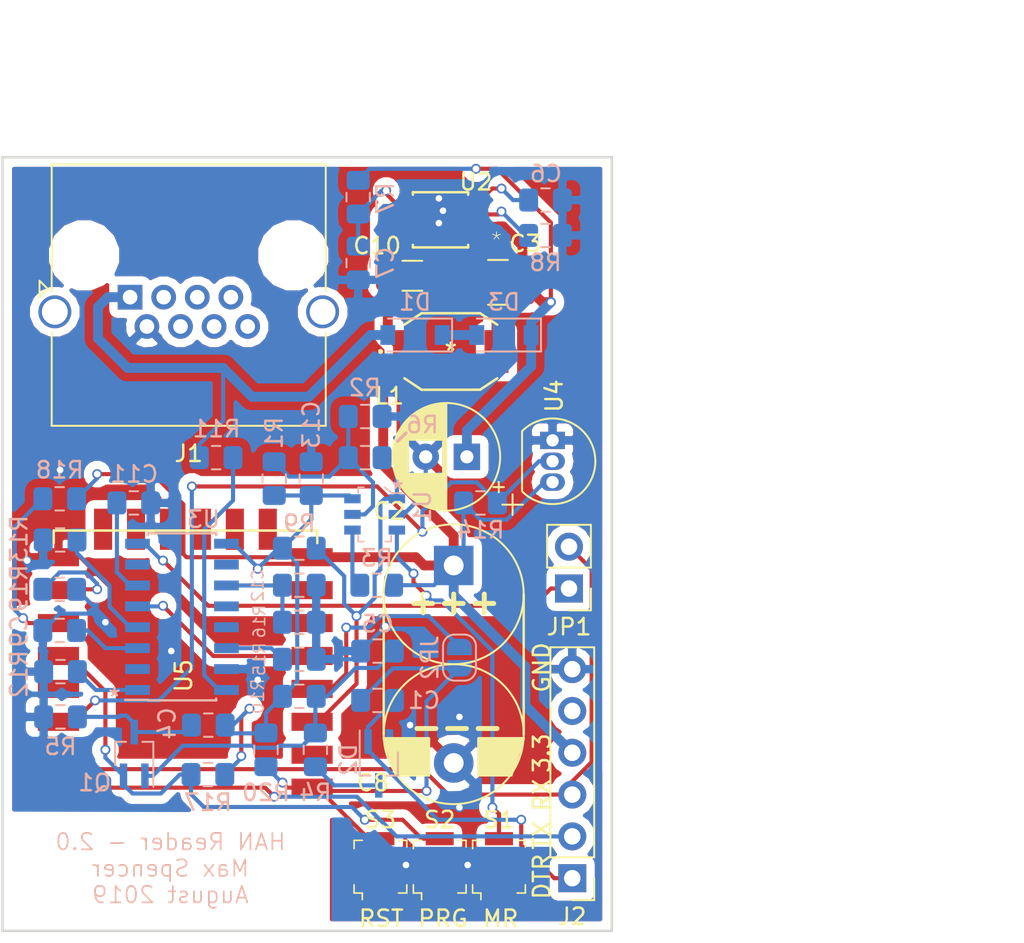
<source format=kicad_pcb>
(kicad_pcb (version 20171130) (host pcbnew 5.0.2-bee76a0~70~ubuntu18.04.1)
  (layers (0 F.Cu signal) (31 B.Cu signal) (34 B.Paste user) (35 F.Paste user) (36 B.SilkS user) (37 F.SilkS user) (38 B.Mask user) (39 F.Mask user) (44 Edge.Cuts user))
  (net 0 "")
  (net 1 GND)
  (net 2 "Net-(R1-Pad1)")
  (net 3 "Net-(C2-Pad1)")
  (net 4 HAN_TX)
  (net 5 +3V3)
  (net 6 ESP_RESET)
  (net 7 ESP_PROG)
  (net 8 ESP_RX)
  (net 9 ESP_TX)
  (net 10 "Net-(C5-Pad1)")
  (net 11 ESP_Temp)
  (net 12 "Net-(C4-Pad2)")
  (net 13 "Net-(C6-Pad1)")
  (net 14 HAN1)
  (net 15 "Net-(D2-Pad3)")
  (net 16 DTR)
  (net 17 "Net-(C12-Pad1)")
  (net 18 "Net-(R18-Pad1)")
  (net 19 "Net-(C7-Pad2)")
  (net 20 "Net-(C9-Pad1)")
  (net 21 "Net-(C11-Pad1)")
  (net 22 "Net-(D1-Pad1)")
  (net 23 "Net-(J1-PadSH)")
  (net 24 "Net-(JP2-Pad1)")
  (net 25 "Net-(L1-Pad2)")
  (net 26 "Net-(R3-Pad2)")
  (net 27 CH_PD)
  (net 28 "Net-(R8-Pad1)")
  (net 29 "Net-(R11-Pad2)")
  (net 30 "Net-(R12-Pad1)")
  (net 31 "Net-(R13-Pad1)")
  (net 32 "Net-(R15-Pad1)")
  (net 33 "Net-(R19-Pad2)")
  (net 34 MR)
  (net 35 POWER_FAIL)
  (net 36 "Net-(D2-Pad2)")
  (net 37 "Net-(J1-Pad3)")
  (net 38 "Net-(J1-Pad5)")
  (net 39 "Net-(J1-Pad7)")
  (net 40 "Net-(J1-Pad4)")
  (net 41 "Net-(J1-Pad6)")
  (net 42 "Net-(J1-Pad8)")
  (net 43 "Net-(J2-Pad5)")
  (net 44 "Net-(U2-Pad7)")
  (net 45 "Net-(U3-Pad2)")
  (net 46 "Net-(U3-Pad7)")
  (net 47 "Net-(U3-Pad10)")
  (net 48 "Net-(U3-Pad12)")
  (net 49 "Net-(U3-Pad13)")
  (net 50 "Net-(U5-Pad2)")
  (net 51 "Net-(U5-Pad6)")
  (net 52 "Net-(U5-Pad7)")
  (net 53 "Net-(U5-Pad13)")
  (net 54 "Net-(U5-Pad17)")
  (net 55 "Net-(U5-Pad18)")
  (net 56 "Net-(U5-Pad19)")
  (net 57 "Net-(U5-Pad20)")
  (net 58 "Net-(U5-Pad21)")
  (net 59 "Net-(U5-Pad22)")
  (module DGH105Q5R5:DGH105Q5R5_17mm_8.5mm_12mmP (layer F.Cu) (at 59.4 92.8 270)
    (fp_text reference C8 (at 13.2 4.9) (layer F.SilkS))
    (fp_text value 1)
    (pad 1 thru_hole rect (at 0 0 270) (size 2.4 2.4) (drill 1.2) (layers *.Cu *.Mask) (net 5 +3V3))
    (pad 2 thru_hole circle (at 12 0 270) (size 2.4 2.4) (drill 1.2) (layers *.Cu *.Mask) (net 1 GND))
  )
  (module Pin_Headers:Pin_Header_Straight_1x06_Pitch2.54mm (layer F.Cu) (at 66.6 111.8 180)
    (fp_text reference J2 (at 0 -2.33 180) (layer F.SilkS))
    (fp_text value FTDI)
    (pad 6 thru_hole oval (at 0 12.7 180) (size 1.7 1.7) (drill 1) (layers *.Cu *.Mask) (net 1 GND))
    (pad 5 thru_hole oval (at 0 10.16 180) (size 1.7 1.7) (drill 1) (layers *.Cu *.Mask) (net 43 "Net-(J2-Pad5)"))
    (pad 4 thru_hole oval (at 0 7.62 180) (size 1.7 1.7) (drill 1) (layers *.Cu *.Mask) (net 5 +3V3))
    (pad 3 thru_hole oval (at 0 5.08 180) (size 1.7 1.7) (drill 1) (layers *.Cu *.Mask) (net 8 ESP_RX))
    (pad 2 thru_hole oval (at 0 2.54 180) (size 1.7 1.7) (drill 1) (layers *.Cu *.Mask) (net 9 ESP_TX))
    (pad 1 thru_hole rect (at 0 0 180) (size 1.7 1.7) (drill 1) (layers *.Cu *.Mask) (net 16 DTR))
  )
  (module ESP8266:ESP-12E_SMD (layer F.Cu) (at 50.1 106.3 180)
    (fp_text reference U5 (at 7.1 6.8 270) (layer F.SilkS))
    (fp_text value ESP-12E hide)
    (pad 1 smd rect (at 0 0 180) (size 2.5 1.1) (drill (offset -0.7 0)) (layers F.Cu F.Paste F.Mask) (net 6 ESP_RESET))
    (pad 2 smd rect (at 0 2 180) (size 2.5 1.1) (drill (offset -0.7 0)) (layers F.Cu F.Paste F.Mask) (net 50 "Net-(U5-Pad2)"))
    (pad 3 smd rect (at 0 4 180) (size 2.5 1.1) (drill (offset -0.7 0)) (layers F.Cu F.Paste F.Mask) (net 27 CH_PD))
    (pad 4 smd rect (at 0 6 180) (size 2.5 1.1) (drill (offset -0.7 0)) (layers F.Cu F.Paste F.Mask) (net 24 "Net-(JP2-Pad1)"))
    (pad 5 smd rect (at 0 8 180) (size 2.5 1.1) (drill (offset -0.7 0)) (layers F.Cu F.Paste F.Mask) (net 35 POWER_FAIL))
    (pad 6 smd rect (at 0 10 180) (size 2.5 1.1) (drill (offset -0.7 0)) (layers F.Cu F.Paste F.Mask) (net 51 "Net-(U5-Pad6)"))
    (pad 7 smd rect (at 0 12 180) (size 2.5 1.1) (drill (offset -0.7 0)) (layers F.Cu F.Paste F.Mask) (net 52 "Net-(U5-Pad7)"))
    (pad 8 smd rect (at 0 14 180) (size 2.5 1.1) (drill (offset -0.7 0)) (layers F.Cu F.Paste F.Mask) (net 5 +3V3))
    (pad 9 smd rect (at 14 14 180) (size 2.5 1.1) (drill (offset 0.7 0)) (layers F.Cu F.Paste F.Mask) (net 1 GND))
    (pad 10 smd rect (at 14 12 180) (size 2.5 1.1) (drill (offset 0.7 0)) (layers F.Cu F.Paste F.Mask) (net 33 "Net-(R19-Pad2)"))
    (pad 11 smd rect (at 14 10 180) (size 2.5 1.1) (drill (offset 0.7 0)) (layers F.Cu F.Paste F.Mask) (net 18 "Net-(R18-Pad1)"))
    (pad 12 smd rect (at 14 8 180) (size 2.5 1.1) (drill (offset 0.7 0)) (layers F.Cu F.Paste F.Mask) (net 7 ESP_PROG))
    (pad 13 smd rect (at 14 6 180) (size 2.5 1.1) (drill (offset 0.7 0)) (layers F.Cu F.Paste F.Mask) (net 53 "Net-(U5-Pad13)"))
    (pad 14 smd rect (at 14 4 180) (size 2.5 1.1) (drill (offset 0.7 0)) (layers F.Cu F.Paste F.Mask) (net 11 ESP_Temp))
    (pad 15 smd rect (at 14 2 180) (size 2.5 1.1) (drill (offset 0.7 0)) (layers F.Cu F.Paste F.Mask) (net 8 ESP_RX))
    (pad 16 smd rect (at 14 0 180) (size 2.5 1.1) (drill (offset 0.7 0)) (layers F.Cu F.Paste F.Mask) (net 9 ESP_TX))
    (pad 17 smd rect (at 1.99 15 270) (size 2.5 1.1) (drill (offset -0.7 0)) (layers F.Cu F.Paste F.Mask) (net 54 "Net-(U5-Pad17)"))
    (pad 18 smd rect (at 3.99 15 270) (size 2.5 1.1) (drill (offset -0.7 0)) (layers F.Cu F.Paste F.Mask) (net 55 "Net-(U5-Pad18)"))
    (pad 19 smd rect (at 5.99 15 270) (size 2.5 1.1) (drill (offset -0.7 0)) (layers F.Cu F.Paste F.Mask) (net 56 "Net-(U5-Pad19)"))
    (pad 20 smd rect (at 7.99 15 270) (size 2.5 1.1) (drill (offset -0.7 0)) (layers F.Cu F.Paste F.Mask) (net 57 "Net-(U5-Pad20)"))
    (pad 21 smd rect (at 9.99 15 270) (size 2.5 1.1) (drill (offset -0.7 0)) (layers F.Cu F.Paste F.Mask) (net 58 "Net-(U5-Pad21)"))
    (pad 22 smd rect (at 11.99 15 270) (size 2.5 1.1) (drill (offset -0.7 0)) (layers F.Cu F.Paste F.Mask) (net 59 "Net-(U5-Pad22)"))
  )
  (module LTC3642IMS8EPBF:MSOP-8_MS (layer F.Cu) (at 58.6 71.8 180)
    (fp_text reference U2 (at -2.15 2.3 180) (layer F.SilkS))
    (fp_text value LTC3642IMS8EPBF)
    (fp_text user * (at -3.4 -1.27 180) (layer F.SilkS) (effects (font (thickness 0.05))))
    (fp_text user * (at -1.7526 -0.2032 180) (layer Edge.Cuts) (effects (font (thickness 0.05))))
    (pad 8 smd rect (at 2.2098 -0.975 180) (size 1.397 0.4318) (layers F.Cu F.Paste F.Mask) (net 1 GND))
    (pad 7 smd rect (at 2.2098 -0.325 180) (size 1.397 0.4318) (layers F.Cu F.Paste F.Mask) (net 44 "Net-(U2-Pad7)"))
    (pad 6 smd rect (at 2.2098 0.325 180) (size 1.397 0.4318) (layers F.Cu F.Paste F.Mask) (net 5 +3V3))
    (pad 5 smd rect (at 2.2098 0.975 180) (size 1.397 0.4318) (layers F.Cu F.Paste F.Mask) (net 19 "Net-(C7-Pad2)"))
    (pad 4 smd rect (at -2.2098 0.975 180) (size 1.397 0.4318) (layers F.Cu F.Paste F.Mask) (net 13 "Net-(C6-Pad1)"))
    (pad 3 smd rect (at -2.2098 0.325 180) (size 1.397 0.4318) (layers F.Cu F.Paste F.Mask) (net 28 "Net-(R8-Pad1)"))
    (pad 2 smd rect (at -2.2098 -0.325 180) (size 1.397 0.4318) (layers F.Cu F.Paste F.Mask) (net 3 "Net-(C2-Pad1)"))
    (pad 1 smd rect (at -2.2098 -0.975 180) (size 1.397 0.4318) (layers F.Cu F.Paste F.Mask) (net 25 "Net-(L1-Pad2)"))
  )
  (module Housings_SOIC:SOIC-16_3.9x9.9mm_Pitch1.27mm (layer B.Cu) (at 42.9 95.92)
    (fp_text reference U3 (at 1.3 -5.92) (layer B.SilkS) (effects (justify mirror)))
    (fp_text value TSS721)
    (pad 1 smd rect (at -2.7 4.445) (size 1.5 0.6) (layers B.Cu B.Paste B.Mask) (net 30 "Net-(R12-Pad1)"))
    (pad 2 smd rect (at -2.7 3.175) (size 1.5 0.6) (layers B.Cu B.Paste B.Mask) (net 45 "Net-(U3-Pad2)"))
    (pad 3 smd rect (at -2.7 1.905) (size 1.5 0.6) (layers B.Cu B.Paste B.Mask) (net 20 "Net-(C9-Pad1)"))
    (pad 4 smd rect (at -2.7 0.635) (size 1.5 0.6) (layers B.Cu B.Paste B.Mask) (net 31 "Net-(R13-Pad1)"))
    (pad 5 smd rect (at -2.7 -0.635) (size 1.5 0.6) (layers B.Cu B.Paste B.Mask) (net 35 POWER_FAIL))
    (pad 6 smd rect (at -2.7 -1.905) (size 1.5 0.6) (layers B.Cu B.Paste B.Mask) (net 21 "Net-(C11-Pad1)"))
    (pad 7 smd rect (at -2.7 -3.175) (size 1.5 0.6) (layers B.Cu B.Paste B.Mask) (net 46 "Net-(U3-Pad7)"))
    (pad 8 smd rect (at -2.7 -4.445) (size 1.5 0.6) (layers B.Cu B.Paste B.Mask) (net 4 HAN_TX))
    (pad 9 smd rect (at 2.7 -4.445) (size 1.5 0.6) (layers B.Cu B.Paste B.Mask) (net 5 +3V3))
    (pad 10 smd rect (at 2.7 -3.175) (size 1.5 0.6) (layers B.Cu B.Paste B.Mask) (net 47 "Net-(U3-Pad10)"))
    (pad 11 smd rect (at 2.7 -1.905) (size 1.5 0.6) (layers B.Cu B.Paste B.Mask) (net 17 "Net-(C12-Pad1)"))
    (pad 12 smd rect (at 2.7 -0.635) (size 1.5 0.6) (layers B.Cu B.Paste B.Mask) (net 48 "Net-(U3-Pad12)"))
    (pad 13 smd rect (at 2.7 0.635) (size 1.5 0.6) (layers B.Cu B.Paste B.Mask) (net 49 "Net-(U3-Pad13)"))
    (pad 14 smd rect (at 2.7 1.905) (size 1.5 0.6) (layers B.Cu B.Paste B.Mask) (net 32 "Net-(R15-Pad1)"))
    (pad 15 smd rect (at 2.7 3.175) (size 1.5 0.6) (layers B.Cu B.Paste B.Mask) (net 1 GND))
    (pad 16 smd rect (at 2.7 4.445) (size 1.5 0.6) (layers B.Cu B.Paste B.Mask) (net 29 "Net-(R11-Pad2)"))
  )
  (module Pin_Headers:Pin_Header_Straight_1x02_Pitch2.54mm (layer F.Cu) (at 66.4 94.2 180)
    (fp_text reference JP1 (at 0 -2.33 180) (layer F.SilkS))
    (fp_text value RX)
    (pad 1 thru_hole rect (at 0 0 180) (size 1.7 1.7) (drill 1) (layers *.Cu *.Mask) (net 4 HAN_TX))
    (pad 2 thru_hole oval (at 0 2.54 180) (size 1.7 1.7) (drill 1) (layers *.Cu *.Mask) (net 8 ESP_RX))
  )
  (module Jumper:SolderJumper-2_P1.3mm_Open_RoundedPad1.0x1.5mm (layer B.Cu) (at 59.75 98.4 270)
    (fp_text reference JP2 (at 0 1.8 270) (layer B.SilkS) (effects (justify mirror)))
    (fp_text value SolderJumper_2_Open)
    (pad 1 smd custom (at -0.65 0 270) (size 1 0.5) (layers B.Cu B.Mask) (net 24 "Net-(JP2-Pad1)") (options (clearance outline) (anchor rect)) (primitives (gr_circle (center 0 -0.25) (end 0.5 -0.25) (width 0)) (gr_circle (center 0 0.25) (end 0.5 0.25) (width 0)) (gr_poly (pts (xy 0 0.75) (xy 0.5 0.75) (xy 0.5 -0.75) (xy 0 -0.75)) (width 0))))
    (pad 2 smd custom (at 0.65 0 270) (size 1 0.5) (layers B.Cu B.Mask) (net 6 ESP_RESET) (options (clearance outline) (anchor rect)) (primitives (gr_circle (center 0 -0.25) (end 0.5 -0.25) (width 0)) (gr_circle (center 0 0.25) (end 0.5 0.25) (width 0)) (gr_poly (pts (xy 0 0.75) (xy -0.5 0.75) (xy -0.5 -0.75) (xy 0 -0.75)) (width 0))))
  )
  (module Resistor_SMD:R_0805_2012Metric_Pad1.15x1.40mm_HandSolder (layer B.Cu) (at 35.5 91.25 180)
    (fp_text reference R13 (at 2.5 0.05 270) (layer B.SilkS) (effects (justify mirror)))
    (fp_text value 30k)
    (pad 2 smd roundrect (at 1.025 0 180) (size 1.15 1.4) (layers B.Cu B.Paste B.Mask) (roundrect_rratio 0.217391) (net 1 GND))
    (pad 1 smd roundrect (at -1.025 0 180) (size 1.15 1.4) (layers B.Cu B.Paste B.Mask) (roundrect_rratio 0.217391) (net 31 "Net-(R13-Pad1)"))
  )
  (module Resistor_SMD:R_0805_2012Metric_Pad1.15x1.40mm_HandSolder (layer B.Cu) (at 50.025 98.5)
    (fp_text reference R15 (at -2.425 0 90) (layer B.SilkS) (effects (font (size 0.7 0.7) (thickness 0.1)) (justify mirror)))
    (fp_text value 470R)
    (pad 1 smd roundrect (at -1.025 0) (size 1.15 1.4) (layers B.Cu B.Paste B.Mask) (roundrect_rratio 0.217391) (net 32 "Net-(R15-Pad1)"))
    (pad 2 smd roundrect (at 1.025 0) (size 1.15 1.4) (layers B.Cu B.Paste B.Mask) (roundrect_rratio 0.217391) (net 1 GND))
  )
  (module Resistor_SMD:R_0805_2012Metric_Pad1.15x1.40mm_HandSolder (layer B.Cu) (at 35.475 88.75)
    (fp_text reference R18 (at 0 -1.75) (layer B.SilkS) (effects (justify mirror)))
    (fp_text value 10k)
    (pad 1 smd roundrect (at -1.025 0) (size 1.15 1.4) (layers B.Cu B.Paste B.Mask) (roundrect_rratio 0.217391) (net 18 "Net-(R18-Pad1)"))
    (pad 2 smd roundrect (at 1.025 0) (size 1.15 1.4) (layers B.Cu B.Paste B.Mask) (roundrect_rratio 0.217391) (net 5 +3V3))
  )
  (module Resistor_SMD:R_0805_2012Metric_Pad1.15x1.40mm_HandSolder (layer B.Cu) (at 44.475 105.5 180)
    (fp_text reference R17 (at 0 -1.7 180) (layer B.SilkS) (effects (justify mirror)))
    (fp_text value 10k)
    (pad 2 smd roundrect (at 1.025 0 180) (size 1.15 1.4) (layers B.Cu B.Paste B.Mask) (roundrect_rratio 0.217391) (net 7 ESP_PROG))
    (pad 1 smd roundrect (at -1.025 0 180) (size 1.15 1.4) (layers B.Cu B.Paste B.Mask) (roundrect_rratio 0.217391) (net 5 +3V3))
  )
  (module Resistor_SMD:R_0805_2012Metric_Pad1.15x1.40mm_HandSolder (layer B.Cu) (at 35.475 94.25 180)
    (fp_text reference R19 (at 2.475 0.05 270) (layer B.SilkS) (effects (justify mirror)))
    (fp_text value 10k)
    (pad 1 smd roundrect (at -1.025 0 180) (size 1.15 1.4) (layers B.Cu B.Paste B.Mask) (roundrect_rratio 0.217391) (net 1 GND))
    (pad 2 smd roundrect (at 1.025 0 180) (size 1.15 1.4) (layers B.Cu B.Paste B.Mask) (roundrect_rratio 0.217391) (net 33 "Net-(R19-Pad2)"))
  )
  (module Resistor_SMD:R_0805_2012Metric_Pad1.15x1.40mm_HandSolder (layer B.Cu) (at 48 104 90)
    (fp_text reference R20 (at -2.6 0 180) (layer B.SilkS) (effects (justify mirror)))
    (fp_text value 10k)
    (pad 2 smd roundrect (at 1.025 0 90) (size 1.15 1.4) (layers B.Cu B.Paste B.Mask) (roundrect_rratio 0.217391) (net 5 +3V3))
    (pad 1 smd roundrect (at -1.025 0 90) (size 1.15 1.4) (layers B.Cu B.Paste B.Mask) (roundrect_rratio 0.217391) (net 6 ESP_RESET))
  )
  (module Resistor_SMD:R_0805_2012Metric_Pad1.15x1.40mm_HandSolder (layer B.Cu) (at 44.975 86.25)
    (fp_text reference R11 (at 0.025 -1.75) (layer B.SilkS) (effects (justify mirror)))
    (fp_text value 220R)
    (pad 1 smd roundrect (at -1.025 0) (size 1.15 1.4) (layers B.Cu B.Paste B.Mask) (roundrect_rratio 0.217391) (net 14 HAN1))
    (pad 2 smd roundrect (at 1.025 0) (size 1.15 1.4) (layers B.Cu B.Paste B.Mask) (roundrect_rratio 0.217391) (net 29 "Net-(R11-Pad2)"))
  )
  (module Resistor_SMD:R_0805_2012Metric_Pad1.15x1.40mm_HandSolder (layer B.Cu) (at 35.525 99.25 180)
    (fp_text reference R12 (at 2.525 -0.15 270) (layer B.SilkS) (effects (justify mirror)))
    (fp_text value 220R)
    (pad 2 smd roundrect (at 1.025 0 180) (size 1.15 1.4) (layers B.Cu B.Paste B.Mask) (roundrect_rratio 0.217391) (net 1 GND))
    (pad 1 smd roundrect (at -1.025 0 180) (size 1.15 1.4) (layers B.Cu B.Paste B.Mask) (roundrect_rratio 0.217391) (net 30 "Net-(R12-Pad1)"))
  )
  (module Resistor_SMD:R_0805_2012Metric_Pad1.15x1.40mm_HandSolder (layer B.Cu) (at 50.025 96.25 180)
    (fp_text reference R16 (at 2.425 0.05 270) (layer B.SilkS) (effects (font (size 0.7 0.7) (thickness 0.1)) (justify mirror)))
    (fp_text value 100k)
    (pad 2 smd roundrect (at 1.025 0 180) (size 1.15 1.4) (layers B.Cu B.Paste B.Mask) (roundrect_rratio 0.217391) (net 17 "Net-(C12-Pad1)"))
    (pad 1 smd roundrect (at -1.025 0 180) (size 1.15 1.4) (layers B.Cu B.Paste B.Mask) (roundrect_rratio 0.217391) (net 1 GND))
  )
  (module Resistor_SMD:R_0805_2012Metric_Pad1.15x1.40mm_HandSolder (layer B.Cu) (at 61.025 89)
    (fp_text reference R14 (at 0 1.65) (layer B.SilkS) (effects (justify mirror)))
    (fp_text value 4k7)
    (pad 1 smd roundrect (at -1.025 0) (size 1.15 1.4) (layers B.Cu B.Paste B.Mask) (roundrect_rratio 0.217391) (net 5 +3V3))
    (pad 2 smd roundrect (at 1.025 0) (size 1.15 1.4) (layers B.Cu B.Paste B.Mask) (roundrect_rratio 0.217391) (net 11 ESP_Temp))
  )
  (module Resistor_SMD:R_0805_2012Metric_Pad1.15x1.40mm_HandSolder (layer B.Cu) (at 51 104 270)
    (fp_text reference R4 (at 2.6 0) (layer B.SilkS) (effects (justify mirror)))
    (fp_text value 100)
    (pad 1 smd roundrect (at -1.025 0 270) (size 1.15 1.4) (layers B.Cu B.Paste B.Mask) (roundrect_rratio 0.217391) (net 10 "Net-(C5-Pad1)"))
    (pad 2 smd roundrect (at 1.025 0 270) (size 1.15 1.4) (layers B.Cu B.Paste B.Mask) (roundrect_rratio 0.217391) (net 15 "Net-(D2-Pad3)"))
  )
  (module Resistor_SMD:R_0805_2012Metric_Pad1.15x1.40mm_HandSolder (layer B.Cu) (at 35.525 102 180)
    (fp_text reference R5 (at 0 -1.8 180) (layer B.SilkS) (effects (justify mirror)))
    (fp_text value 100)
    (pad 1 smd roundrect (at -1.025 0 180) (size 1.15 1.4) (layers B.Cu B.Paste B.Mask) (roundrect_rratio 0.217391) (net 12 "Net-(C4-Pad2)"))
    (pad 2 smd roundrect (at 1.025 0 180) (size 1.15 1.4) (layers B.Cu B.Paste B.Mask) (roundrect_rratio 0.217391) (net 1 GND))
  )
  (module Resistor_SMD:R_0805_2012Metric_Pad1.15x1.40mm_HandSolder (layer B.Cu) (at 50.025 100.75)
    (fp_text reference R10 (at -2.525 0 90) (layer B.SilkS) (effects (font (size 0.75 0.75) (thickness 0.1)) (justify mirror)))
    (fp_text value 10k)
    (pad 2 smd roundrect (at 1.025 0) (size 1.15 1.4) (layers B.Cu B.Paste B.Mask) (roundrect_rratio 0.217391) (net 10 "Net-(C5-Pad1)"))
    (pad 1 smd roundrect (at -1.025 0) (size 1.15 1.4) (layers B.Cu B.Paste B.Mask) (roundrect_rratio 0.217391) (net 5 +3V3))
  )
  (module Capacitor_THT:CP_Radial_D6.3mm_P2.50mm (layer F.Cu) (at 60.2 86.2 180)
    (fp_text reference C2 (at 4.7 -3.3 180) (layer F.SilkS))
    (fp_text value 33u)
    (pad 1 thru_hole rect (at 0 0 180) (size 1.6 1.6) (drill 0.8) (layers *.Cu *.Mask) (net 3 "Net-(C2-Pad1)"))
    (pad 2 thru_hole circle (at 2.5 0 180) (size 1.6 1.6) (drill 0.8) (layers *.Cu *.Mask) (net 1 GND))
  )
  (module Capacitor_SMD:C_1210_3225Metric_Pad1.42x2.65mm_HandSolder (layer F.Cu) (at 62.0875 75.6 180)
    (fp_text reference C3 (at -1.6625 2.35 180) (layer F.SilkS))
    (fp_text value 10u)
    (pad 1 smd roundrect (at -1.4875 0 180) (size 1.425 2.65) (layers F.Cu F.Paste F.Mask) (roundrect_rratio 0.175439) (net 3 "Net-(C2-Pad1)"))
    (pad 2 smd roundrect (at 1.4875 0 180) (size 1.425 2.65) (layers F.Cu F.Paste F.Mask) (roundrect_rratio 0.175439) (net 1 GND))
  )
  (module Capacitor_SMD:C_1206_3216Metric_Pad1.42x1.75mm_HandSolder (layer F.Cu) (at 56.8875 75.2)
    (fp_text reference C10 (at -2.1375 -1.82) (layer F.SilkS))
    (fp_text value 47u)
    (pad 2 smd roundrect (at 1.4875 0) (size 1.425 1.75) (layers F.Cu F.Paste F.Mask) (roundrect_rratio 0.175439) (net 1 GND))
    (pad 1 smd roundrect (at -1.4875 0) (size 1.425 1.75) (layers F.Cu F.Paste F.Mask) (roundrect_rratio 0.175439) (net 5 +3V3))
  )
  (module Package_TO_SOT_SMD:SOT-323_SC-70_Handsoldering (layer B.Cu) (at 54.85 104.83 270)
    (fp_text reference D2 (at -0.23 1.85 270) (layer B.SilkS) (effects (justify mirror)))
    (fp_text value BAT54ADW)
    (pad 3 smd rect (at 1.33 0) (size 0.45 1.5) (layers B.Cu B.Paste B.Mask) (net 15 "Net-(D2-Pad3)"))
    (pad 2 smd rect (at -1.33 -0.65) (size 0.45 1.5) (layers B.Cu B.Paste B.Mask) (net 36 "Net-(D2-Pad2)"))
    (pad 1 smd rect (at -1.33 0.65) (size 0.45 1.5) (layers B.Cu B.Paste B.Mask) (net 16 DTR))
  )
  (module Diode_SMD:D_SOD-123 (layer B.Cu) (at 57.05 78.8 180)
    (fp_text reference D1 (at 0 2 180) (layer B.SilkS) (effects (justify mirror)))
    (fp_text value MBR130T1G)
    (pad 2 smd rect (at 1.65 0 180) (size 0.9 1.2) (layers B.Cu B.Paste B.Mask) (net 14 HAN1))
    (pad 1 smd rect (at -1.65 0 180) (size 0.9 1.2) (layers B.Cu B.Paste B.Mask) (net 22 "Net-(D1-Pad1)"))
  )
  (module Diode_SMD:D_SOD-123 (layer B.Cu) (at 62.45 78.8 180)
    (fp_text reference D3 (at 0 2 180) (layer B.SilkS) (effects (justify mirror)))
    (fp_text value NSI45020)
    (pad 1 smd rect (at -1.65 0 180) (size 0.9 1.2) (layers B.Cu B.Paste B.Mask) (net 3 "Net-(C2-Pad1)"))
    (pad 2 smd rect (at 1.65 0 180) (size 0.9 1.2) (layers B.Cu B.Paste B.Mask) (net 22 "Net-(D1-Pad1)"))
  )
  (module Package_TO_SOT_SMD:SOT-323_SC-70_Handsoldering (layer B.Cu) (at 40 104.25 90)
    (fp_text reference Q1 (at -1.75 -2.4 180) (layer B.SilkS) (effects (justify mirror)))
    (fp_text value MMBT2907AWT1G)
    (pad 1 smd rect (at -1.33 0.65 180) (size 0.45 1.5) (layers B.Cu B.Paste B.Mask) (net 10 "Net-(C5-Pad1)"))
    (pad 2 smd rect (at -1.33 -0.65 180) (size 0.45 1.5) (layers B.Cu B.Paste B.Mask) (net 7 ESP_PROG))
    (pad 3 smd rect (at 1.33 0 180) (size 0.45 1.5) (layers B.Cu B.Paste B.Mask) (net 12 "Net-(C4-Pad2)"))
  )
  (module Resistor_SMD:R_0805_2012Metric_Pad1.15x1.40mm_HandSolder (layer B.Cu) (at 53.6 70.425 270)
    (fp_text reference R7 (at 0.075 -1.65 270) (layer B.SilkS) (effects (justify mirror)))
    (fp_text value 1M)
    (pad 1 smd roundrect (at -1.025 0 270) (size 1.15 1.4) (layers B.Cu B.Paste B.Mask) (roundrect_rratio 0.217391) (net 3 "Net-(C2-Pad1)"))
    (pad 2 smd roundrect (at 1.025 0 270) (size 1.15 1.4) (layers B.Cu B.Paste B.Mask) (roundrect_rratio 0.217391) (net 19 "Net-(C7-Pad2)"))
  )
  (module Resistor_SMD:R_0805_2012Metric_Pad1.15x1.40mm_HandSolder (layer B.Cu) (at 64.975 72.75)
    (fp_text reference R8 (at 0 1.65) (layer B.SilkS) (effects (justify mirror)))
    (fp_text value 600k)
    (pad 2 smd roundrect (at 1.025 0) (size 1.15 1.4) (layers B.Cu B.Paste B.Mask) (roundrect_rratio 0.217391) (net 1 GND))
    (pad 1 smd roundrect (at -1.025 0) (size 1.15 1.4) (layers B.Cu B.Paste B.Mask) (roundrect_rratio 0.217391) (net 28 "Net-(R8-Pad1)"))
  )
  (module Connector_RJ:RJ45_Amphenol_RJHSE5380 (layer F.Cu) (at 39.75 76.5)
    (fp_text reference J1 (at 3.56 9.5) (layer F.SilkS))
    (fp_text value RJ45_Shielded)
    (pad 1 thru_hole rect (at 0 0) (size 1.5 1.5) (drill 0.89) (layers *.Cu *.Mask) (net 14 HAN1))
    (pad 3 thru_hole circle (at 2.04 0) (size 1.5 1.5) (drill 0.89) (layers *.Cu *.Mask) (net 37 "Net-(J1-Pad3)"))
    (pad 5 thru_hole circle (at 4.08 0) (size 1.5 1.5) (drill 0.89) (layers *.Cu *.Mask) (net 38 "Net-(J1-Pad5)"))
    (pad 7 thru_hole circle (at 6.12 0) (size 1.5 1.5) (drill 0.89) (layers *.Cu *.Mask) (net 39 "Net-(J1-Pad7)"))
    (pad 2 thru_hole circle (at 1.02 1.78) (size 1.5 1.5) (drill 0.89) (layers *.Cu *.Mask) (net 1 GND))
    (pad 4 thru_hole circle (at 3.06 1.78) (size 1.5 1.5) (drill 0.89) (layers *.Cu *.Mask) (net 40 "Net-(J1-Pad4)"))
    (pad 6 thru_hole circle (at 5.1 1.78) (size 1.5 1.5) (drill 0.89) (layers *.Cu *.Mask) (net 41 "Net-(J1-Pad6)"))
    (pad 8 thru_hole circle (at 7.14 1.78) (size 1.5 1.5) (drill 0.89) (layers *.Cu *.Mask) (net 42 "Net-(J1-Pad8)"))
    (pad "" np_thru_hole circle (at -2.79 -2.54) (size 3.25 3.25) (drill 3.25) (layers *.Cu *.Mask))
    (pad "" np_thru_hole circle (at 9.91 -2.54) (size 3.25 3.25) (drill 3.25) (layers *.Cu *.Mask))
    (pad SH thru_hole circle (at 11.69 0.89) (size 2 2) (drill 1.57) (layers *.Cu *.Mask) (net 23 "Net-(J1-PadSH)"))
    (pad SH thru_hole circle (at -4.57 0.89) (size 2 2) (drill 1.57) (layers *.Cu *.Mask) (net 23 "Net-(J1-PadSH)"))
  )
  (module Capacitor_SMD:C_0805_2012Metric_Pad1.15x1.40mm_HandSolder (layer B.Cu) (at 54.775 101)
    (fp_text reference C1 (at 2.825 0) (layer B.SilkS) (effects (justify mirror)))
    (fp_text value 10u)
    (pad 2 smd roundrect (at 1.025 0) (size 1.15 1.4) (layers B.Cu B.Paste B.Mask) (roundrect_rratio 0.217391) (net 16 DTR))
    (pad 1 smd roundrect (at -1.025 0) (size 1.15 1.4) (layers B.Cu B.Paste B.Mask) (roundrect_rratio 0.217391) (net 6 ESP_RESET))
  )
  (module Capacitor_SMD:C_0805_2012Metric_Pad1.15x1.40mm_HandSolder (layer B.Cu) (at 44.5 102.5 180)
    (fp_text reference C4 (at 2.5 0.1 270) (layer B.SilkS) (effects (justify mirror)))
    (fp_text value 10u)
    (pad 1 smd roundrect (at -1.025 0 180) (size 1.15 1.4) (layers B.Cu B.Paste B.Mask) (roundrect_rratio 0.217391) (net 5 +3V3))
    (pad 2 smd roundrect (at 1.025 0 180) (size 1.15 1.4) (layers B.Cu B.Paste B.Mask) (roundrect_rratio 0.217391) (net 12 "Net-(C4-Pad2)"))
  )
  (module Capacitor_SMD:C_0805_2012Metric_Pad1.15x1.40mm_HandSolder (layer B.Cu) (at 54.775 98 180)
    (fp_text reference C5 (at 0 1.65 180) (layer B.SilkS) (effects (justify mirror)))
    (fp_text value 10u)
    (pad 1 smd roundrect (at -1.025 0 180) (size 1.15 1.4) (layers B.Cu B.Paste B.Mask) (roundrect_rratio 0.217391) (net 10 "Net-(C5-Pad1)"))
    (pad 2 smd roundrect (at 1.025 0 180) (size 1.15 1.4) (layers B.Cu B.Paste B.Mask) (roundrect_rratio 0.217391) (net 1 GND))
  )
  (module Capacitor_SMD:C_0805_2012Metric_Pad1.15x1.40mm_HandSolder (layer B.Cu) (at 64.975 70.6)
    (fp_text reference C6 (at 0.025 -1.6) (layer B.SilkS) (effects (justify mirror)))
    (fp_text value 1p)
    (pad 1 smd roundrect (at -1.025 0) (size 1.15 1.4) (layers B.Cu B.Paste B.Mask) (roundrect_rratio 0.217391) (net 13 "Net-(C6-Pad1)"))
    (pad 2 smd roundrect (at 1.025 0) (size 1.15 1.4) (layers B.Cu B.Paste B.Mask) (roundrect_rratio 0.217391) (net 1 GND))
  )
  (module Capacitor_SMD:C_0805_2012Metric_Pad1.15x1.40mm_HandSolder (layer B.Cu) (at 53.6 74.425 90)
    (fp_text reference C7 (at 0 1.65 90) (layer B.SilkS) (effects (justify mirror)))
    (fp_text value 500n)
    (pad 2 smd roundrect (at 1.025 0 90) (size 1.15 1.4) (layers B.Cu B.Paste B.Mask) (roundrect_rratio 0.217391) (net 19 "Net-(C7-Pad2)"))
    (pad 1 smd roundrect (at -1.025 0 90) (size 1.15 1.4) (layers B.Cu B.Paste B.Mask) (roundrect_rratio 0.217391) (net 1 GND))
  )
  (module Capacitor_SMD:C_0805_2012Metric_Pad1.15x1.40mm_HandSolder (layer B.Cu) (at 39.975 89)
    (fp_text reference C11 (at 0.025 -1.75) (layer B.SilkS) (effects (justify mirror)))
    (fp_text value 100n)
    (pad 2 smd roundrect (at 1.025 0) (size 1.15 1.4) (layers B.Cu B.Paste B.Mask) (roundrect_rratio 0.217391) (net 1 GND))
    (pad 1 smd roundrect (at -1.025 0) (size 1.15 1.4) (layers B.Cu B.Paste B.Mask) (roundrect_rratio 0.217391) (net 21 "Net-(C11-Pad1)"))
  )
  (module Capacitor_SMD:C_0805_2012Metric_Pad1.15x1.40mm_HandSolder (layer B.Cu) (at 50.025 94)
    (fp_text reference C12 (at -2.525 0 90) (layer B.SilkS) (effects (font (size 0.7 0.7) (thickness 0.1)) (justify mirror)))
    (fp_text value 100n)
    (pad 2 smd roundrect (at 1.025 0) (size 1.15 1.4) (layers B.Cu B.Paste B.Mask) (roundrect_rratio 0.217391) (net 1 GND))
    (pad 1 smd roundrect (at -1.025 0) (size 1.15 1.4) (layers B.Cu B.Paste B.Mask) (roundrect_rratio 0.217391) (net 17 "Net-(C12-Pad1)"))
  )
  (module footprints:SRR6603-220ML (layer F.Cu) (at 59.22505 79.8)
    (fp_text reference L1 (at -3.72505 2.7) (layer F.SilkS))
    (fp_text value SRR6603-220ML)
    (fp_text user * (at 0 0) (layer F.SilkS))
    (pad 1 smd rect (at -2.77495 0) (size 1.4605 2.5908) (layers F.Cu F.Paste F.Mask) (net 5 +3V3))
    (pad 2 smd rect (at 2.77495 0) (size 1.4605 2.5908) (layers F.Cu F.Paste F.Mask) (net 25 "Net-(L1-Pad2)"))
  )
  (module Resistor_SMD:R_0805_2012Metric_Pad1.15x1.40mm_HandSolder (layer B.Cu) (at 48.5 87.525 270)
    (fp_text reference R1 (at -2.775 0 270) (layer B.SilkS) (effects (justify mirror)))
    (fp_text value 220k)
    (pad 1 smd roundrect (at -1.025 0 270) (size 1.15 1.4) (layers B.Cu B.Paste B.Mask) (roundrect_rratio 0.217391) (net 2 "Net-(R1-Pad1)"))
    (pad 2 smd roundrect (at 1.025 0 270) (size 1.15 1.4) (layers B.Cu B.Paste B.Mask) (roundrect_rratio 0.217391) (net 5 +3V3))
  )
  (module Resistor_SMD:R_0805_2012Metric_Pad1.15x1.40mm_HandSolder (layer B.Cu) (at 54.025 83.75)
    (fp_text reference R2 (at -0.025 -1.75) (layer B.SilkS) (effects (justify mirror)))
    (fp_text value 33k)
    (pad 2 smd roundrect (at 1.025 0) (size 1.15 1.4) (layers B.Cu B.Paste B.Mask) (roundrect_rratio 0.217391) (net 1 GND))
    (pad 1 smd roundrect (at -1.025 0) (size 1.15 1.4) (layers B.Cu B.Paste B.Mask) (roundrect_rratio 0.217391) (net 2 "Net-(R1-Pad1)"))
  )
  (module Resistor_SMD:R_0805_2012Metric_Pad1.15x1.40mm_HandSolder (layer B.Cu) (at 54.725 94 180)
    (fp_text reference R3 (at 0 1.65 180) (layer B.SilkS) (effects (justify mirror)))
    (fp_text value 100k)
    (pad 1 smd roundrect (at -1.025 0 180) (size 1.15 1.4) (layers B.Cu B.Paste B.Mask) (roundrect_rratio 0.217391) (net 5 +3V3))
    (pad 2 smd roundrect (at 1.025 0 180) (size 1.15 1.4) (layers B.Cu B.Paste B.Mask) (roundrect_rratio 0.217391) (net 26 "Net-(R3-Pad2)"))
  )
  (module Resistor_SMD:R_0805_2012Metric_Pad1.15x1.40mm_HandSolder (layer B.Cu) (at 54.025 86.25 180)
    (fp_text reference R6 (at -3.475 2 180) (layer B.SilkS) (effects (justify mirror)))
    (fp_text value 1M)
    (pad 1 smd roundrect (at -1.025 0 180) (size 1.15 1.4) (layers B.Cu B.Paste B.Mask) (roundrect_rratio 0.217391) (net 27 CH_PD))
    (pad 2 smd roundrect (at 1.025 0 180) (size 1.15 1.4) (layers B.Cu B.Paste B.Mask) (roundrect_rratio 0.217391) (net 2 "Net-(R1-Pad1)"))
  )
  (module Resistor_SMD:R_0805_2012Metric_Pad1.15x1.40mm_HandSolder (layer B.Cu) (at 50.025 91.75)
    (fp_text reference R9 (at 0 -1.5) (layer B.SilkS) (effects (justify mirror)))
    (fp_text value 10k)
    (pad 2 smd roundrect (at 1.025 0) (size 1.15 1.4) (layers B.Cu B.Paste B.Mask) (roundrect_rratio 0.217391) (net 27 CH_PD))
    (pad 1 smd roundrect (at -1.025 0) (size 1.15 1.4) (layers B.Cu B.Paste B.Mask) (roundrect_rratio 0.217391) (net 5 +3V3))
  )
  (module digikey-footprints:Switch_Tactile_SMD_B3U-1000P (layer F.Cu) (at 62.15 111.1 90)
    (fp_text reference S1 (at 2.85 0 180) (layer F.SilkS))
    (fp_text value B3U-1000P)
    (pad 1 smd rect (at -1.7 0 90) (size 0.8 1.7) (layers F.Cu F.Paste F.Mask) (net 1 GND))
    (pad 2 smd rect (at 1.7 0 90) (size 0.8 1.7) (layers F.Cu F.Paste F.Mask) (net 34 MR))
  )
  (module digikey-footprints:Switch_Tactile_SMD_B3U-1000P (layer F.Cu) (at 58.55 111.1 90)
    (fp_text reference S2 (at 2.85 0 180) (layer F.SilkS))
    (fp_text value B3U-1000P)
    (pad 1 smd rect (at -1.7 0 90) (size 0.8 1.7) (layers F.Cu F.Paste F.Mask) (net 1 GND))
    (pad 2 smd rect (at 1.7 0 90) (size 0.8 1.7) (layers F.Cu F.Paste F.Mask) (net 7 ESP_PROG))
  )
  (module digikey-footprints:Switch_Tactile_SMD_B3U-1000P (layer F.Cu) (at 54.95 111.1 90)
    (fp_text reference S3 (at 2.85 0 180) (layer F.SilkS))
    (fp_text value B3U-1000P)
    (pad 2 smd rect (at 1.7 0 90) (size 0.8 1.7) (layers F.Cu F.Paste F.Mask) (net 6 ESP_RESET))
    (pad 1 smd rect (at -1.7 0 90) (size 0.8 1.7) (layers F.Cu F.Paste F.Mask) (net 1 GND))
  )
  (module digikey-footprints:SOT-23-6 (layer B.Cu) (at 54.6 89.7 270)
    (fp_text reference U1 (at -0.45 -2.9 90) (layer B.SilkS) (effects (justify mirror)))
    (fp_text value TPS3808G01DBVR)
    (pad 3 smd rect (at 0.95 -1.35 270) (size 0.55 1) (layers B.Cu B.Paste B.Mask) (net 34 MR))
    (pad 2 smd rect (at 0 -1.35 270) (size 0.55 1) (layers B.Cu B.Paste B.Mask) (net 1 GND))
    (pad 1 smd rect (at -0.95 -1.35 270) (size 0.55 1) (layers B.Cu B.Paste B.Mask) (net 27 CH_PD))
    (pad 4 smd rect (at 0.95 1.35 270) (size 0.55 1) (layers B.Cu B.Paste B.Mask) (net 26 "Net-(R3-Pad2)"))
    (pad 5 smd rect (at 0 1.35 270) (size 0.55 1) (layers B.Cu B.Paste B.Mask) (net 2 "Net-(R1-Pad1)"))
    (pad 6 smd rect (at -0.95 1.35 270) (size 0.55 1) (layers B.Cu B.Paste B.Mask) (net 5 +3V3))
  )
  (module Package_TO_SOT_THT:TO-92_Inline (layer F.Cu) (at 65.4 85.2 270)
    (fp_text reference U4 (at -2.7 -0.1 270) (layer F.SilkS))
    (fp_text value DS18B20)
    (pad 2 thru_hole oval (at 1.27 0 270) (size 1.05 1.5) (drill 0.75) (layers *.Cu *.Mask) (net 11 ESP_Temp))
    (pad 3 thru_hole oval (at 2.54 0 270) (size 1.05 1.5) (drill 0.75) (layers *.Cu *.Mask) (net 5 +3V3))
    (pad 1 thru_hole rect (at 0 0 270) (size 1.05 1.5) (drill 0.75) (layers *.Cu *.Mask) (net 1 GND))
  )
  (module Capacitor_SMD:C_0805_2012Metric_Pad1.15x1.40mm_HandSolder (layer B.Cu) (at 35.475 96.75 180)
    (fp_text reference C9 (at 2.475 -0.05 270) (layer B.SilkS) (effects (justify mirror)))
    (fp_text value 1u)
    (pad 1 smd roundrect (at -1.025 0 180) (size 1.15 1.4) (layers B.Cu B.Paste B.Mask) (roundrect_rratio 0.217391) (net 20 "Net-(C9-Pad1)"))
    (pad 2 smd roundrect (at 1.025 0 180) (size 1.15 1.4) (layers B.Cu B.Paste B.Mask) (roundrect_rratio 0.217391) (net 1 GND))
  )
  (module Capacitor_SMD:C_0805_2012Metric_Pad1.15x1.40mm_HandSolder (layer B.Cu) (at 50.75 87.525 270)
    (fp_text reference C13 (at -3.275 0 270) (layer B.SilkS) (effects (justify mirror)))
    (fp_text value .1u)
    (pad 1 smd roundrect (at -1.025 0 270) (size 1.15 1.4) (layers B.Cu B.Paste B.Mask) (roundrect_rratio 0.217391) (net 1 GND))
    (pad 2 smd roundrect (at 1.025 0 270) (size 1.15 1.4) (layers B.Cu B.Paste B.Mask) (roundrect_rratio 0.217391) (net 5 +3V3))
  )
  (gr_text "HAN Reader - 2.0\nMax Spencer\nAugust 2019" (at 42.2 111.2) (layer B.SilkS) (effects (font (size 1 1) (thickness 0.1)) (justify mirror)))
  (gr_text --- (at 59.6 102.6) (layer F.SilkS) (effects (font (size 1.5 1.5) (thickness 0.3))))
  (gr_text +++ (at 59.4 95) (layer F.SilkS) (effects (font (size 1.5 1.5) (thickness 0.3))))
  (gr_text * (at 56 88.2) (layer B.SilkS) (effects (font (size 1 1)) (justify mirror)))
  (gr_text * (at 38.8 100.8) (layer B.SilkS) (effects (font (size 1 1)) (justify mirror)))
  (gr_line (start 56.5 84.75) (end 56 85.25) (layer B.SilkS) (width 0.2))
  (gr_text RST (at 55 114.25) (layer F.SilkS) (effects (font (size 1 1))))
  (gr_text PRG (at 58.75 114.25) (layer F.SilkS) (effects (font (size 1 1))))
  (gr_text MR (at 62.25 114.25) (layer F.SilkS) (effects (font (size 1 1))))
  (gr_text GND (at 64.75 99 90) (layer F.SilkS) (effects (font (size 1 1))))
  (gr_text DTR (at 64.75 111.7 90) (layer F.SilkS) (effects (font (size 1 1))))
  (gr_text 3.3 (at 64.75 104.2 90) (layer F.SilkS) (effects (font (size 1 1))))
  (gr_text TX (at 64.75 109.2 90) (layer F.SilkS) (effects (font (size 1 1))))
  (gr_text RX (at 64.75 106.75 90) (layer F.SilkS) (effects (font (size 1 1))))
  (gr_line (start 69 68) (end 69 115) (angle 90) (layer Edge.Cuts) (width 0.15))
  (gr_line (start 32 68) (end 69 68) (angle 90) (layer Edge.Cuts) (width 0.15))
  (gr_line (start 32 115) (end 32 68) (angle 90) (layer Edge.Cuts) (width 0.15))
  (gr_line (start 69 115) (end 32 115) (angle 90) (layer Edge.Cuts) (width 0.15))
  (via (at 35.5 87) (size 0.6) (drill 0.4) (layers F.Cu B.Cu) (net 1))
  (segment (start 36.5 94.25) (end 38.25 96) (width 0.25) (layer B.Cu) (net 1))
  (via (at 38.25 96.25) (size 0.6) (drill 0.4) (layers F.Cu B.Cu) (net 1))
  (segment (start 38.25 96) (end 38.25 96.25) (width 0.25) (layer B.Cu) (net 1))
  (segment (start 37.72499 95.72499) (end 35.47501 95.72499) (width 0.25) (layer B.Cu) (net 1))
  (segment (start 35.073372 96.126628) (end 34.45 96.75) (width 0.25) (layer B.Cu) (net 1))
  (segment (start 35.47501 95.72499) (end 35.073372 96.126628) (width 0.25) (layer B.Cu) (net 1))
  (segment (start 38.25 96.25) (end 37.72499 95.72499) (width 0.25) (layer B.Cu) (net 1))
  (segment (start 38.549999 95.950001) (end 38.25 96.25) (width 0.25) (layer F.Cu) (net 1))
  (segment (start 38.549999 94.124997) (end 38.549999 95.950001) (width 0.25) (layer F.Cu) (net 1))
  (segment (start 36.725002 92.3) (end 38.549999 94.124997) (width 0.25) (layer F.Cu) (net 1))
  (segment (start 36.1 92.3) (end 36.725002 92.3) (width 0.25) (layer F.Cu) (net 1))
  (segment (start 57.7 88.360002) (end 57.7 87.33137) (width 0.25) (layer B.Cu) (net 1))
  (segment (start 57.7 87.33137) (end 57.7 86.2) (width 0.25) (layer B.Cu) (net 1))
  (segment (start 56.360002 89.7) (end 57.7 88.360002) (width 0.25) (layer B.Cu) (net 1))
  (segment (start 55.95 89.7) (end 56.360002 89.7) (width 0.25) (layer B.Cu) (net 1))
  (segment (start 51.05 94) (end 51.05 96.25) (width 0.25) (layer B.Cu) (net 1))
  (segment (start 51.05 96.25) (end 51.05 98.5) (width 0.25) (layer B.Cu) (net 1))
  (segment (start 53.25 98.5) (end 53.75 98) (width 0.25) (layer B.Cu) (net 1))
  (segment (start 51.05 98.5) (end 53.25 98.5) (width 0.25) (layer B.Cu) (net 1))
  (via (at 59.75 102) (size 0.6) (drill 0.4) (layers F.Cu B.Cu) (net 1))
  (via (at 56.75 102.5) (size 0.6) (drill 0.4) (layers F.Cu B.Cu) (net 1))
  (via (at 42.25 98) (size 0.6) (drill 0.4) (layers F.Cu B.Cu) (net 1))
  (via (at 47.5 99.75) (size 0.6) (drill 0.4) (layers F.Cu B.Cu) (net 1))
  (via (at 58.5 72) (size 0.6) (drill 0.4) (layers F.Cu B.Cu) (net 1))
  (via (at 58.75 71.25) (size 0.6) (drill 0.4) (layers F.Cu B.Cu) (net 1))
  (via (at 58.5 70.5) (size 0.6) (drill 0.4) (layers F.Cu B.Cu) (net 1))
  (via (at 55.25 96.5) (size 0.6) (drill 0.4) (layers F.Cu B.Cu) (net 1))
  (segment (start 53.75 98) (end 55.25 96.5) (width 0.25) (layer B.Cu) (net 1))
  (via (at 60.25 111) (size 0.6) (drill 0.4) (layers F.Cu B.Cu) (net 1))
  (via (at 56.5 111) (size 0.6) (drill 0.4) (layers F.Cu B.Cu) (net 1))
  (via (at 33.5 92.5) (size 0.6) (drill 0.4) (layers F.Cu B.Cu) (net 1))
  (segment (start 60.2 75.2) (end 60.6 75.6) (width 1) (layer F.Cu) (net 1))
  (segment (start 58.5 72) (end 58.5 73.95) (width 1) (layer F.Cu) (net 1))
  (segment (start 58.5 73.95) (end 59.75 75.2) (width 1) (layer F.Cu) (net 1))
  (segment (start 58.375 75.2) (end 59.75 75.2) (width 1) (layer F.Cu) (net 1))
  (segment (start 59.75 75.2) (end 60.2 75.2) (width 1) (layer F.Cu) (net 1))
  (segment (start 60.6 75.6) (end 59.81679 74.81679) (width 1) (layer F.Cu) (net 1))
  (segment (start 59.81679 74.56679) (end 58.5 73.25) (width 1) (layer F.Cu) (net 1))
  (segment (start 59.81679 74.81679) (end 59.81679 74.56679) (width 1) (layer F.Cu) (net 1))
  (segment (start 57.4887 72.775) (end 57.5 72.7863) (width 0.4) (layer F.Cu) (net 1))
  (segment (start 56.3902 72.775) (end 57.4887 72.775) (width 0.4) (layer F.Cu) (net 1))
  (segment (start 58.475 72.775) (end 58.5 72.75) (width 0.6) (layer F.Cu) (net 1))
  (segment (start 58.5 72) (end 58.5 72.75) (width 1) (layer F.Cu) (net 1))
  (segment (start 58.5 72.75) (end 58.5 73.25) (width 1) (layer F.Cu) (net 1))
  (segment (start 58.375 74.225) (end 58 73.85) (width 0.6) (layer F.Cu) (net 1))
  (segment (start 58.375 75.2) (end 58.375 74.225) (width 0.6) (layer F.Cu) (net 1))
  (segment (start 57.4887 72.775) (end 58 72.775) (width 0.6) (layer F.Cu) (net 1))
  (segment (start 58 73.85) (end 58 72.775) (width 0.6) (layer F.Cu) (net 1))
  (segment (start 58 72.775) (end 58.475 72.775) (width 0.6) (layer F.Cu) (net 1))
  (segment (start 58.375 75.2) (end 58.375 74.625) (width 0.6) (layer F.Cu) (net 1))
  (via (at 59.75 107.5) (size 0.6) (drill 0.4) (layers F.Cu B.Cu) (net 1))
  (segment (start 58.5 73.25) (end 56.75 73.25) (width 0.6) (layer F.Cu) (net 1))
  (segment (start 52.5 86.75) (end 53 86.25) (width 0.25) (layer B.Cu) (net 2))
  (segment (start 54 89.7) (end 54.5 89.2) (width 0.25) (layer B.Cu) (net 2))
  (segment (start 53.25 89.7) (end 54 89.7) (width 0.25) (layer B.Cu) (net 2))
  (segment (start 54.5 87.75) (end 53 86.25) (width 0.25) (layer B.Cu) (net 2))
  (segment (start 54.5 89.2) (end 54.5 87.75) (width 0.25) (layer B.Cu) (net 2))
  (segment (start 53 86.25) (end 53 83.75) (width 0.25) (layer B.Cu) (net 2))
  (segment (start 52.376628 86.873372) (end 53 86.25) (width 0.25) (layer B.Cu) (net 2))
  (segment (start 51.84999 87.40001) (end 52.376628 86.873372) (width 0.25) (layer B.Cu) (net 2))
  (segment (start 49.40001 87.40001) (end 51.84999 87.40001) (width 0.25) (layer B.Cu) (net 2))
  (segment (start 48.5 86.5) (end 49.40001 87.40001) (width 0.25) (layer B.Cu) (net 2))
  (segment (start 64.1 78.8) (end 64.1 78.65) (width 0.6) (layer B.Cu) (net 3))
  (segment (start 63.575 73.375) (end 62.4 72.2) (width 0.6) (layer F.Cu) (net 3))
  (segment (start 63.575 75.6) (end 63.575 73.375) (width 0.6) (layer F.Cu) (net 3))
  (segment (start 62.4 72.2) (end 62.1 72.2) (width 0.6) (layer F.Cu) (net 3))
  (segment (start 62.025 72.125) (end 62.1 72.2) (width 0.4) (layer F.Cu) (net 3))
  (segment (start 60.8098 72.125) (end 62.025 72.125) (width 0.4) (layer F.Cu) (net 3))
  (via (at 65.3 76.8) (size 0.6) (drill 0.4) (layers F.Cu B.Cu) (net 3))
  (segment (start 64.1 78.8) (end 64.1 78) (width 0.6) (layer B.Cu) (net 3))
  (segment (start 64.1 78) (end 65.3 76.8) (width 0.6) (layer B.Cu) (net 3))
  (segment (start 64.775 76.8) (end 63.575 75.6) (width 0.6) (layer F.Cu) (net 3))
  (segment (start 65.3 76.8) (end 64.775 76.8) (width 0.6) (layer F.Cu) (net 3))
  (segment (start 64.1 78.8) (end 64.1 80.7) (width 0.6) (layer B.Cu) (net 3))
  (segment (start 60.2 84.6) (end 60.2 86.2) (width 0.6) (layer B.Cu) (net 3))
  (segment (start 64.1 80.7) (end 60.2 84.6) (width 0.6) (layer B.Cu) (net 3))
  (via (at 60.75 68.7) (size 0.6) (drill 0.4) (layers F.Cu B.Cu) (net 3))
  (segment (start 54.3 68.7) (end 60.325736 68.7) (width 0.25) (layer B.Cu) (net 3))
  (segment (start 65.3 71.974998) (end 62.025002 68.7) (width 0.25) (layer F.Cu) (net 3))
  (segment (start 62.025002 68.7) (end 61.174264 68.7) (width 0.25) (layer F.Cu) (net 3))
  (segment (start 61.174264 68.7) (end 60.75 68.7) (width 0.25) (layer F.Cu) (net 3))
  (segment (start 53.6 69.4) (end 54.3 68.7) (width 0.25) (layer B.Cu) (net 3))
  (segment (start 65.3 76.8) (end 65.3 71.974998) (width 0.25) (layer F.Cu) (net 3))
  (segment (start 60.325736 68.7) (end 60.75 68.7) (width 0.25) (layer B.Cu) (net 3))
  (via (at 41.749964 92.5) (size 0.6) (drill 0.4) (layers F.Cu B.Cu) (net 4))
  (segment (start 40.2 91.475) (end 40.65 91.475) (width 0.25) (layer B.Cu) (net 4))
  (segment (start 53.800002 95.249988) (end 44.499952 95.249988) (width 0.25) (layer F.Cu) (net 4))
  (segment (start 40.65 91.475) (end 41.675 92.5) (width 0.25) (layer B.Cu) (net 4))
  (segment (start 44.499952 95.249988) (end 42.049963 92.799999) (width 0.25) (layer F.Cu) (net 4))
  (segment (start 64.25 95.25) (end 53.800014 95.25) (width 0.25) (layer F.Cu) (net 4))
  (segment (start 53.800014 95.25) (end 53.800002 95.249988) (width 0.25) (layer F.Cu) (net 4))
  (segment (start 42.049963 92.799999) (end 41.749964 92.5) (width 0.25) (layer F.Cu) (net 4))
  (segment (start 65.3 94.2) (end 64.25 95.25) (width 0.25) (layer F.Cu) (net 4))
  (segment (start 66.4 94.2) (end 65.3 94.2) (width 0.25) (layer F.Cu) (net 4))
  (segment (start 41.675 92.5) (end 41.749964 92.5) (width 0.25) (layer B.Cu) (net 4))
  (segment (start 56.3902 71.475) (end 55.2917 71.475) (width 0.4) (layer F.Cu) (net 5))
  (segment (start 55.125 71.6417) (end 55.2917 71.475) (width 0.6) (layer F.Cu) (net 5))
  (segment (start 55.125 73.95) (end 55.125 71.6417) (width 0.6) (layer F.Cu) (net 5))
  (segment (start 55.4 74.225) (end 55.125 73.95) (width 0.6) (layer F.Cu) (net 5))
  (segment (start 55.4 75.2) (end 55.4 74.225) (width 0.6) (layer F.Cu) (net 5))
  (segment (start 55.125 74.175) (end 55.125 73.95) (width 0.6) (layer F.Cu) (net 5))
  (segment (start 55.4 78.7499) (end 56.4501 79.8) (width 0.6) (layer F.Cu) (net 5))
  (segment (start 55.4 75.2) (end 55.4 78.7499) (width 0.6) (layer F.Cu) (net 5))
  (segment (start 57.1 92.3) (end 50.1 92.3) (width 0.6) (layer F.Cu) (net 5))
  (segment (start 57.6 92.8) (end 57.1 92.3) (width 0.6) (layer F.Cu) (net 5))
  (segment (start 59.4 92.8) (end 57.6 92.8) (width 0.6) (layer F.Cu) (net 5))
  (segment (start 60.623372 89.623372) (end 60 89) (width 0.25) (layer B.Cu) (net 5))
  (segment (start 61.02501 90.02501) (end 60.623372 89.623372) (width 0.25) (layer B.Cu) (net 5))
  (segment (start 62.61318 90.02501) (end 61.02501 90.02501) (width 0.25) (layer B.Cu) (net 5))
  (segment (start 64.89819 87.74) (end 62.61318 90.02501) (width 0.25) (layer B.Cu) (net 5))
  (segment (start 65.4 87.74) (end 64.89819 87.74) (width 0.25) (layer B.Cu) (net 5))
  (segment (start 60 92.2) (end 59.4 92.8) (width 0.25) (layer B.Cu) (net 5))
  (segment (start 60 89) (end 60 92.2) (width 0.25) (layer B.Cu) (net 5))
  (segment (start 58.2 94) (end 59.4 92.8) (width 0.25) (layer B.Cu) (net 5))
  (segment (start 55.75 94) (end 58.2 94) (width 0.25) (layer B.Cu) (net 5))
  (segment (start 53.2 88.8) (end 53.25 88.75) (width 0.25) (layer B.Cu) (net 5))
  (segment (start 47.975 103) (end 48 102.975) (width 0.25) (layer B.Cu) (net 5))
  (segment (start 45.5 103) (end 47.975 103) (width 0.25) (layer B.Cu) (net 5))
  (segment (start 48 101.75) (end 49 100.75) (width 0.25) (layer B.Cu) (net 5))
  (segment (start 48 102.975) (end 48 101.75) (width 0.25) (layer B.Cu) (net 5))
  (via (at 47.5 93) (size 0.6) (drill 0.4) (layers F.Cu B.Cu) (net 5))
  (segment (start 49 91.75) (end 48.75 91.75) (width 0.25) (layer B.Cu) (net 5))
  (segment (start 48.75 91.75) (end 47.5 93) (width 0.25) (layer B.Cu) (net 5))
  (segment (start 49.699999 92.700001) (end 50.1 92.3) (width 0.25) (layer F.Cu) (net 5))
  (segment (start 47.799999 92.700001) (end 49.699999 92.700001) (width 0.25) (layer F.Cu) (net 5))
  (segment (start 47.5 93) (end 47.799999 92.700001) (width 0.25) (layer F.Cu) (net 5))
  (segment (start 49 91.75) (end 50.75 90) (width 0.25) (layer B.Cu) (net 5))
  (segment (start 47.5 92.925) (end 47.5 93) (width 0.25) (layer B.Cu) (net 5))
  (segment (start 46.05 91.475) (end 47.5 92.925) (width 0.25) (layer B.Cu) (net 5))
  (segment (start 45.6 91.475) (end 46.05 91.475) (width 0.25) (layer B.Cu) (net 5))
  (segment (start 59.4 94.6) (end 63.75 98.95) (width 0.6) (layer B.Cu) (net 5))
  (segment (start 59.4 92.8) (end 59.4 94.6) (width 0.6) (layer B.Cu) (net 5))
  (segment (start 63.75 101.33) (end 66.6 104.18) (width 0.6) (layer B.Cu) (net 5))
  (segment (start 63.75 98.95) (end 63.75 101.33) (width 0.6) (layer B.Cu) (net 5))
  (segment (start 49.623372 92.373372) (end 49 91.75) (width 0.25) (layer B.Cu) (net 5))
  (segment (start 49.90001 92.65001) (end 49.623372 92.373372) (width 0.25) (layer B.Cu) (net 5))
  (segment (start 49.90001 99.84999) (end 49.90001 92.65001) (width 0.25) (layer B.Cu) (net 5))
  (segment (start 49 100.75) (end 49.90001 99.84999) (width 0.25) (layer B.Cu) (net 5))
  (via (at 37.75 87.25) (size 0.6) (drill 0.4) (layers F.Cu B.Cu) (net 5))
  (segment (start 41.145002 87.25) (end 37.75 87.25) (width 0.25) (layer F.Cu) (net 5))
  (segment (start 42.985001 89.089999) (end 41.145002 87.25) (width 0.25) (layer F.Cu) (net 5))
  (segment (start 42.985001 92.110001) (end 42.985001 89.089999) (width 0.25) (layer F.Cu) (net 5))
  (segment (start 50.1 92.3) (end 43.175 92.3) (width 0.25) (layer F.Cu) (net 5))
  (segment (start 43.175 92.3) (end 42.985001 92.110001) (width 0.25) (layer F.Cu) (net 5))
  (segment (start 37.75 87.5) (end 36.5 88.75) (width 0.25) (layer B.Cu) (net 5))
  (segment (start 37.75 87.25) (end 37.75 87.5) (width 0.25) (layer B.Cu) (net 5))
  (via (at 47 101.5) (size 0.6) (drill 0.4) (layers F.Cu B.Cu) (net 5))
  (segment (start 45.525 102.5) (end 46 102.5) (width 0.25) (layer B.Cu) (net 5))
  (segment (start 46 102.5) (end 47 101.5) (width 0.25) (layer B.Cu) (net 5))
  (via (at 46.5 104.375) (size 0.6) (drill 0.4) (layers F.Cu B.Cu) (net 5))
  (segment (start 47 101.5) (end 46.5 102) (width 0.25) (layer F.Cu) (net 5))
  (segment (start 46.5 102) (end 46.5 104.375) (width 0.25) (layer F.Cu) (net 5))
  (segment (start 46.5 104.5) (end 45.5 105.5) (width 0.25) (layer B.Cu) (net 5))
  (segment (start 46.5 104.375) (end 46.5 104.5) (width 0.25) (layer B.Cu) (net 5))
  (segment (start 56.4501 80.36515) (end 55.11985 81.6954) (width 0.6) (layer F.Cu) (net 5))
  (segment (start 56.4501 79.8) (end 56.4501 80.36515) (width 0.6) (layer F.Cu) (net 5))
  (segment (start 55.11985 86.71985) (end 59.4 91) (width 0.6) (layer F.Cu) (net 5))
  (segment (start 59.4 91) (end 59.4 92.8) (width 0.6) (layer F.Cu) (net 5))
  (segment (start 55.11985 81.6954) (end 55.11985 86.71985) (width 0.6) (layer F.Cu) (net 5))
  (segment (start 50.75 90) (end 50.75 88.55) (width 0.25) (layer B.Cu) (net 5))
  (segment (start 53.05 88.55) (end 53.25 88.75) (width 0.25) (layer B.Cu) (net 5))
  (segment (start 50.75 88.55) (end 53.05 88.55) (width 0.25) (layer B.Cu) (net 5))
  (segment (start 48.5 88.55) (end 50.75 88.55) (width 0.25) (layer B.Cu) (net 5))
  (segment (start 54.224994 109.4) (end 54.95 109.4) (width 0.25) (layer F.Cu) (net 6))
  (segment (start 51.124994 106.3) (end 54.224994 109.4) (width 0.25) (layer F.Cu) (net 6))
  (segment (start 50.1 106.3) (end 51.124994 106.3) (width 0.25) (layer F.Cu) (net 6))
  (via (at 57.75 106.5) (size 0.6) (drill 0.4) (layers F.Cu B.Cu) (net 6))
  (segment (start 59.75 99.05) (end 57.75 101.05) (width 0.25) (layer B.Cu) (net 6))
  (segment (start 57.75 101.05) (end 57.75 106.5) (width 0.25) (layer B.Cu) (net 6))
  (segment (start 50.3 106.5) (end 50.1 106.3) (width 0.25) (layer F.Cu) (net 6))
  (segment (start 57.75 106.5) (end 50.3 106.5) (width 0.25) (layer F.Cu) (net 6))
  (segment (start 55.7 99.05) (end 59.75 99.05) (width 0.25) (layer B.Cu) (net 6))
  (segment (start 53.75 101) (end 55.7 99.05) (width 0.25) (layer B.Cu) (net 6))
  (segment (start 49.311937 106.3) (end 49.302975 106.291038) (width 0.25) (layer F.Cu) (net 6))
  (segment (start 49.302975 106.291038) (end 49.002976 105.991039) (width 0.25) (layer F.Cu) (net 6))
  (segment (start 50.1 106.3) (end 49.311937 106.3) (width 0.25) (layer F.Cu) (net 6))
  (via (at 49.002976 105.991039) (size 0.6) (drill 0.4) (layers F.Cu B.Cu) (net 6))
  (segment (start 48.966039 105.991039) (end 49.002976 105.991039) (width 0.25) (layer B.Cu) (net 6))
  (segment (start 48 105.025) (end 48.966039 105.991039) (width 0.25) (layer B.Cu) (net 6))
  (segment (start 39.35 106.105) (end 39.35 105.58) (width 0.25) (layer B.Cu) (net 7))
  (segment (start 39.900001 106.655001) (end 39.35 106.105) (width 0.25) (layer B.Cu) (net 7))
  (segment (start 41.619999 106.655001) (end 39.900001 106.655001) (width 0.25) (layer B.Cu) (net 7))
  (segment (start 42.775 105.5) (end 41.619999 106.655001) (width 0.25) (layer B.Cu) (net 7))
  (segment (start 43.45 105.5) (end 42.775 105.5) (width 0.25) (layer B.Cu) (net 7))
  (segment (start 54.424278 108.25) (end 54.000014 108.25) (width 0.25) (layer F.Cu) (net 7))
  (segment (start 58.55 109.4) (end 57.45 109.4) (width 0.25) (layer F.Cu) (net 7))
  (segment (start 57.45 109.4) (end 56.3 108.25) (width 0.25) (layer F.Cu) (net 7))
  (segment (start 56.3 108.25) (end 54.424278 108.25) (width 0.25) (layer F.Cu) (net 7))
  (via (at 54.000014 108.25) (size 0.6) (drill 0.4) (layers F.Cu B.Cu) (net 7))
  (via (at 38.25 104) (size 0.6) (drill 0.4) (layers F.Cu B.Cu) (net 7))
  (segment (start 36.1 98.3) (end 38.25 100.45) (width 0.25) (layer F.Cu) (net 7))
  (segment (start 38.25 100.45) (end 38.25 104) (width 0.25) (layer F.Cu) (net 7))
  (segment (start 38.25 104.48) (end 39.35 105.58) (width 0.25) (layer B.Cu) (net 7))
  (segment (start 38.25 104) (end 38.25 104.48) (width 0.25) (layer B.Cu) (net 7))
  (segment (start 53.700015 107.950001) (end 54.000014 108.25) (width 0.25) (layer B.Cu) (net 7))
  (segment (start 44.22499 107.47499) (end 53.225004 107.47499) (width 0.25) (layer B.Cu) (net 7))
  (segment (start 53.225004 107.47499) (end 53.700015 107.950001) (width 0.25) (layer B.Cu) (net 7))
  (segment (start 43.45 105.5) (end 43.45 106.7) (width 0.25) (layer B.Cu) (net 7))
  (segment (start 43.45 106.7) (end 44.22499 107.47499) (width 0.25) (layer B.Cu) (net 7))
  (segment (start 59.062998 106.72) (end 65.397919 106.72) (width 0.25) (layer F.Cu) (net 8))
  (segment (start 57.517999 105.175001) (end 59.062998 106.72) (width 0.25) (layer F.Cu) (net 8))
  (segment (start 36.975001 105.175001) (end 57.517999 105.175001) (width 0.25) (layer F.Cu) (net 8))
  (segment (start 65.397919 106.72) (end 66.6 106.72) (width 0.25) (layer F.Cu) (net 8))
  (segment (start 36.1 104.3) (end 36.975001 105.175001) (width 0.25) (layer F.Cu) (net 8))
  (segment (start 67.249999 92.509999) (end 66.4 91.66) (width 0.25) (layer F.Cu) (net 8))
  (segment (start 67.775001 93.035001) (end 67.249999 92.509999) (width 0.25) (layer F.Cu) (net 8))
  (segment (start 67.775001 104.744001) (end 67.775001 93.035001) (width 0.25) (layer F.Cu) (net 8))
  (segment (start 66.6 105.919002) (end 67.775001 104.744001) (width 0.25) (layer F.Cu) (net 8))
  (segment (start 66.6 106.72) (end 66.6 105.919002) (width 0.25) (layer F.Cu) (net 8))
  (segment (start 48.200001 106.549971) (end 48.5 106.84997) (width 0.25) (layer F.Cu) (net 9))
  (segment (start 47.95003 106.3) (end 48.200001 106.549971) (width 0.25) (layer F.Cu) (net 9))
  (segment (start 48.924264 106.84997) (end 48.5 106.84997) (width 0.25) (layer B.Cu) (net 9))
  (segment (start 55.935016 109.26) (end 53.524986 106.84997) (width 0.25) (layer B.Cu) (net 9))
  (segment (start 66.6 109.26) (end 55.935016 109.26) (width 0.25) (layer B.Cu) (net 9))
  (segment (start 36.1 106.3) (end 47.95003 106.3) (width 0.25) (layer F.Cu) (net 9))
  (segment (start 53.524986 106.84997) (end 48.924264 106.84997) (width 0.25) (layer B.Cu) (net 9))
  (via (at 48.5 106.84997) (size 0.6) (drill 0.4) (layers F.Cu B.Cu) (net 9))
  (segment (start 51 100.8) (end 51.05 100.75) (width 0.25) (layer B.Cu) (net 10))
  (segment (start 51 102.975) (end 51 100.8) (width 0.25) (layer B.Cu) (net 10))
  (segment (start 54.77499 99.02501) (end 55.176628 98.623372) (width 0.25) (layer B.Cu) (net 10))
  (segment (start 53.44999 99.02501) (end 54.77499 99.02501) (width 0.25) (layer B.Cu) (net 10))
  (segment (start 51.725 100.75) (end 53.44999 99.02501) (width 0.25) (layer B.Cu) (net 10))
  (segment (start 55.176628 98.623372) (end 55.8 98) (width 0.25) (layer B.Cu) (net 10))
  (segment (start 51.05 100.75) (end 51.725 100.75) (width 0.25) (layer B.Cu) (net 10))
  (segment (start 48.81319 103.75) (end 50.225 103.75) (width 0.25) (layer B.Cu) (net 10))
  (segment (start 50.376628 103.598372) (end 51 102.975) (width 0.25) (layer B.Cu) (net 10))
  (segment (start 41.125 105.58) (end 42.955 103.75) (width 0.25) (layer B.Cu) (net 10))
  (segment (start 50.225 103.75) (end 50.376628 103.598372) (width 0.25) (layer B.Cu) (net 10))
  (segment (start 40.65 105.58) (end 41.125 105.58) (width 0.25) (layer B.Cu) (net 10))
  (segment (start 42.955 103.75) (end 47.18681 103.75) (width 0.25) (layer B.Cu) (net 10))
  (segment (start 47.18681 103.75) (end 47.31182 103.87501) (width 0.25) (layer B.Cu) (net 10))
  (segment (start 47.31182 103.87501) (end 48.68818 103.87501) (width 0.25) (layer B.Cu) (net 10))
  (segment (start 48.68818 103.87501) (end 48.81319 103.75) (width 0.25) (layer B.Cu) (net 10))
  (segment (start 64.58 86.47) (end 65.4 86.47) (width 0.25) (layer B.Cu) (net 11))
  (segment (start 62.05 89) (end 64.58 86.47) (width 0.25) (layer B.Cu) (net 11))
  (via (at 37.625 101) (size 0.6) (drill 0.4) (layers F.Cu B.Cu) (net 11))
  (segment (start 36.1 102.3) (end 36.325 102.3) (width 0.25) (layer F.Cu) (net 11))
  (segment (start 36.325 102.3) (end 37.625 101) (width 0.25) (layer F.Cu) (net 11))
  (via (at 57.5 90.75) (size 0.6) (drill 0.4) (layers F.Cu B.Cu) (net 11))
  (segment (start 61.426628 88.376628) (end 62.05 89) (width 0.25) (layer B.Cu) (net 11))
  (segment (start 60.8 87.75) (end 61.426628 88.376628) (width 0.25) (layer B.Cu) (net 11))
  (segment (start 59.25 87.75) (end 60.8 87.75) (width 0.25) (layer B.Cu) (net 11))
  (segment (start 57.5 90.75) (end 57.5 89.5) (width 0.25) (layer B.Cu) (net 11))
  (segment (start 57.5 89.5) (end 59.25 87.75) (width 0.25) (layer B.Cu) (net 11))
  (segment (start 54.75 88) (end 43.92424 88) (width 0.25) (layer F.Cu) (net 11))
  (via (at 43.499976 88) (size 0.6) (drill 0.4) (layers F.Cu B.Cu) (net 11))
  (segment (start 57.5 90.75) (end 54.75 88) (width 0.25) (layer F.Cu) (net 11))
  (segment (start 43.92424 88) (end 43.499976 88) (width 0.25) (layer F.Cu) (net 11))
  (segment (start 41.5 101) (end 43.499976 99.000024) (width 0.25) (layer B.Cu) (net 11))
  (segment (start 43.499976 88.424264) (end 43.499976 88) (width 0.25) (layer B.Cu) (net 11))
  (segment (start 43.499976 99.000024) (end 43.499976 88.424264) (width 0.25) (layer B.Cu) (net 11))
  (segment (start 37.625 101) (end 41.5 101) (width 0.25) (layer B.Cu) (net 11))
  (segment (start 40 102.395) (end 40 102.92) (width 0.25) (layer B.Cu) (net 12))
  (segment (start 39.16 101.92) (end 39.525 101.92) (width 0.25) (layer B.Cu) (net 12))
  (segment (start 39.525 101.92) (end 40 102.395) (width 0.25) (layer B.Cu) (net 12))
  (segment (start 39.08 102) (end 39.16 101.92) (width 0.25) (layer B.Cu) (net 12))
  (segment (start 36.55 102) (end 39.08 102) (width 0.25) (layer B.Cu) (net 12))
  (segment (start 43.37 102.92) (end 43.45 103) (width 0.25) (layer B.Cu) (net 12))
  (segment (start 40 102.92) (end 43.37 102.92) (width 0.25) (layer B.Cu) (net 12))
  (via (at 62.3 69.9) (size 0.6) (drill 0.4) (layers F.Cu B.Cu) (net 13))
  (segment (start 63.75 70.6) (end 63 70.6) (width 0.25) (layer B.Cu) (net 13))
  (segment (start 63 70.6) (end 62.3 69.9) (width 0.25) (layer B.Cu) (net 13))
  (segment (start 61.7348 69.9) (end 60.8098 70.825) (width 0.25) (layer F.Cu) (net 13))
  (segment (start 62.3 69.9) (end 61.7348 69.9) (width 0.25) (layer F.Cu) (net 13))
  (segment (start 39.75 76.5) (end 38.4 76.5) (width 0.6) (layer B.Cu) (net 14))
  (segment (start 38.4 76.5) (end 37.8 77.1) (width 0.6) (layer B.Cu) (net 14))
  (segment (start 37.8 77.1) (end 37.8 79) (width 0.6) (layer B.Cu) (net 14))
  (segment (start 37.8 79) (end 39.6 80.8) (width 0.6) (layer B.Cu) (net 14))
  (segment (start 45.4 80.8) (end 39.6 80.8) (width 0.6) (layer B.Cu) (net 14))
  (segment (start 55.4 78.8) (end 54.35 78.8) (width 0.6) (layer B.Cu) (net 14))
  (segment (start 54.35 78.8) (end 50.599999 82.550001) (width 0.6) (layer B.Cu) (net 14))
  (segment (start 47.150001 82.550001) (end 45.4 80.8) (width 0.6) (layer B.Cu) (net 14))
  (segment (start 50.599999 82.550001) (end 47.150001 82.550001) (width 0.6) (layer B.Cu) (net 14))
  (segment (start 43.95 85.45) (end 45.4 84) (width 0.25) (layer B.Cu) (net 14))
  (segment (start 43.95 86.25) (end 43.95 85.45) (width 0.25) (layer B.Cu) (net 14))
  (segment (start 45.4 84) (end 45.4 80.8) (width 0.25) (layer B.Cu) (net 14))
  (segment (start 52.135 106.16) (end 51 105.025) (width 0.25) (layer B.Cu) (net 15))
  (segment (start 54.85 106.16) (end 52.135 106.16) (width 0.25) (layer B.Cu) (net 15))
  (segment (start 55.176628 101.623372) (end 55.8 101) (width 0.25) (layer B.Cu) (net 16))
  (segment (start 54.2 102.6) (end 55.176628 101.623372) (width 0.25) (layer B.Cu) (net 16))
  (segment (start 54.2 103.5) (end 54.2 102.6) (width 0.25) (layer B.Cu) (net 16))
  (via (at 63.499992 108.25) (size 0.6) (drill 0.4) (layers F.Cu B.Cu) (net 16))
  (segment (start 54.2 103.5) (end 54.2 104.025) (width 0.25) (layer B.Cu) (net 16))
  (segment (start 54.2 104.025) (end 58.425 108.25) (width 0.25) (layer B.Cu) (net 16))
  (segment (start 63.499992 109.799992) (end 63.499992 108.674264) (width 0.25) (layer F.Cu) (net 16))
  (segment (start 63.499992 108.674264) (end 63.499992 108.25) (width 0.25) (layer F.Cu) (net 16))
  (segment (start 65.5 111.8) (end 63.499992 109.799992) (width 0.25) (layer F.Cu) (net 16))
  (segment (start 66.6 111.8) (end 65.5 111.8) (width 0.25) (layer F.Cu) (net 16))
  (segment (start 63.075728 108.25) (end 63.499992 108.25) (width 0.25) (layer B.Cu) (net 16))
  (segment (start 58.425 108.25) (end 63.075728 108.25) (width 0.25) (layer B.Cu) (net 16))
  (segment (start 48.985 94.015) (end 49 94) (width 0.25) (layer B.Cu) (net 17))
  (segment (start 45.6 94.015) (end 48.985 94.015) (width 0.25) (layer B.Cu) (net 17))
  (segment (start 49 96.25) (end 49 94) (width 0.25) (layer B.Cu) (net 17))
  (via (at 33.25 96) (size 0.6) (drill 0.4) (layers F.Cu B.Cu) (net 18))
  (segment (start 33.549999 96.299999) (end 36.099999 96.299999) (width 0.25) (layer F.Cu) (net 18))
  (segment (start 36.099999 96.299999) (end 36.1 96.3) (width 0.25) (layer F.Cu) (net 18))
  (segment (start 33.25 96) (end 33.549999 96.299999) (width 0.25) (layer F.Cu) (net 18))
  (segment (start 32.75 95.5) (end 33.25 96) (width 0.25) (layer B.Cu) (net 18))
  (segment (start 34.45 88.75) (end 32.75 90.45) (width 0.25) (layer B.Cu) (net 18))
  (segment (start 32.75 90.45) (end 32.75 95.5) (width 0.25) (layer B.Cu) (net 18))
  (segment (start 53.6 71.45) (end 53.6 73.4) (width 0.25) (layer B.Cu) (net 19))
  (segment (start 56.3902 70.825) (end 55.9076 70.825) (width 0.25) (layer F.Cu) (net 19))
  (segment (start 53.6 71.45) (end 55.02499 70.02501) (width 0.25) (layer B.Cu) (net 19))
  (segment (start 55.9076 70.825) (end 55.3 70.2174) (width 0.25) (layer F.Cu) (net 19))
  (segment (start 55.3 70.2174) (end 55.3 70.02501) (width 0.25) (layer F.Cu) (net 19))
  (segment (start 55.02499 70.02501) (end 55.3 70.02501) (width 0.25) (layer B.Cu) (net 19))
  (via (at 55.3 70.02501) (size 0.6) (drill 0.4) (layers F.Cu B.Cu) (net 19))
  (segment (start 38.25 97.825) (end 40.2 97.825) (width 0.25) (layer B.Cu) (net 20))
  (segment (start 36.5 96.75) (end 37.175 96.75) (width 0.25) (layer B.Cu) (net 20))
  (segment (start 37.175 96.75) (end 38.25 97.825) (width 0.25) (layer B.Cu) (net 20))
  (segment (start 39.75 94.015) (end 40.2 94.015) (width 0.25) (layer B.Cu) (net 21))
  (segment (start 38.95 93.215) (end 39.75 94.015) (width 0.25) (layer B.Cu) (net 21))
  (segment (start 38.95 89) (end 38.95 93.215) (width 0.25) (layer B.Cu) (net 21))
  (segment (start 58.7 78.8) (end 60.8 78.8) (width 0.6) (layer B.Cu) (net 22))
  (via (at 52.875 96.57585) (size 0.6) (drill 0.4) (layers F.Cu B.Cu) (net 24))
  (segment (start 51.95 100.3) (end 50.1 100.3) (width 0.25) (layer F.Cu) (net 24))
  (segment (start 52.875 96.57585) (end 52.875 99.375) (width 0.25) (layer F.Cu) (net 24))
  (segment (start 52.875 99.375) (end 51.95 100.3) (width 0.25) (layer F.Cu) (net 24))
  (segment (start 59.75 97.75) (end 58.5 96.5) (width 0.25) (layer B.Cu) (net 24))
  (segment (start 52.95085 96.5) (end 52.875 96.57585) (width 0.25) (layer B.Cu) (net 24))
  (segment (start 57.874999 95.874999) (end 58.5 96.5) (width 0.25) (layer B.Cu) (net 24))
  (segment (start 54.949999 95.874999) (end 57.874999 95.874999) (width 0.25) (layer B.Cu) (net 24))
  (segment (start 54.249148 96.57585) (end 54.949999 95.874999) (width 0.25) (layer B.Cu) (net 24))
  (segment (start 52.875 96.57585) (end 54.249148 96.57585) (width 0.25) (layer B.Cu) (net 24))
  (segment (start 60.8098 72.775) (end 61.375 72.775) (width 0.4) (layer F.Cu) (net 25))
  (segment (start 61.375 72.775) (end 61.8 73.2) (width 0.4) (layer F.Cu) (net 25))
  (segment (start 62 73.4) (end 62 79.8) (width 0.6) (layer F.Cu) (net 25))
  (segment (start 61.8 73.2) (end 62 73.4) (width 0.6) (layer F.Cu) (net 25))
  (segment (start 53.25 93.55) (end 53.7 94) (width 0.25) (layer B.Cu) (net 26))
  (segment (start 53.25 90.65) (end 53.25 93.55) (width 0.25) (layer B.Cu) (net 26))
  (segment (start 55.95 88.225) (end 55.95 88.75) (width 0.25) (layer B.Cu) (net 27))
  (segment (start 55.95 86.475) (end 55.95 88.225) (width 0.25) (layer B.Cu) (net 27))
  (segment (start 55.725 86.25) (end 55.95 86.475) (width 0.25) (layer B.Cu) (net 27))
  (segment (start 55.05 86.25) (end 55.725 86.25) (width 0.25) (layer B.Cu) (net 27))
  (segment (start 54.95001 88.99999) (end 54.95001 93.04999) (width 0.25) (layer B.Cu) (net 27))
  (segment (start 55.2 88.75) (end 54.95001 88.99999) (width 0.25) (layer B.Cu) (net 27))
  (via (at 53.5 95.87499) (size 0.6) (drill 0.4) (layers F.Cu B.Cu) (net 27))
  (segment (start 53.799999 95.574991) (end 53.5 95.87499) (width 0.25) (layer B.Cu) (net 27))
  (segment (start 51.05 91.75) (end 52.75 93.45) (width 0.25) (layer B.Cu) (net 27))
  (segment (start 54.60001 93.39999) (end 54.60001 94.77498) (width 0.25) (layer B.Cu) (net 27))
  (segment (start 53.5 96.299254) (end 53.5 95.87499) (width 0.25) (layer F.Cu) (net 27))
  (segment (start 53.5 99.985002) (end 53.5 96.299254) (width 0.25) (layer F.Cu) (net 27))
  (segment (start 51.185002 102.3) (end 53.5 99.985002) (width 0.25) (layer F.Cu) (net 27))
  (segment (start 52.75 93.45) (end 52.75 95.12499) (width 0.25) (layer B.Cu) (net 27))
  (segment (start 50.1 102.3) (end 51.185002 102.3) (width 0.25) (layer F.Cu) (net 27))
  (segment (start 54.95001 93.04999) (end 54.60001 93.39999) (width 0.25) (layer B.Cu) (net 27))
  (segment (start 53.200001 95.574991) (end 53.5 95.87499) (width 0.25) (layer B.Cu) (net 27))
  (segment (start 52.75 95.12499) (end 53.200001 95.574991) (width 0.25) (layer B.Cu) (net 27))
  (segment (start 54.60001 94.77498) (end 53.799999 95.574991) (width 0.25) (layer B.Cu) (net 27))
  (segment (start 55.95 88.75) (end 55.2 88.75) (width 0.25) (layer B.Cu) (net 27))
  (via (at 62.3 71.3) (size 0.6) (drill 0.4) (layers F.Cu B.Cu) (net 28))
  (segment (start 63.675 72.7) (end 63.675 72.675) (width 0.25) (layer B.Cu) (net 28))
  (segment (start 63.675 72.675) (end 62.3 71.3) (width 0.25) (layer B.Cu) (net 28))
  (segment (start 62.125 71.475) (end 60.8098 71.475) (width 0.25) (layer F.Cu) (net 28))
  (segment (start 62.3 71.3) (end 62.125 71.475) (width 0.25) (layer F.Cu) (net 28))
  (segment (start 44.25 99.465) (end 44.25 90.6) (width 0.25) (layer B.Cu) (net 29))
  (segment (start 45.15 100.365) (end 44.25 99.465) (width 0.25) (layer B.Cu) (net 29))
  (segment (start 45.6 100.365) (end 45.15 100.365) (width 0.25) (layer B.Cu) (net 29))
  (segment (start 46 86.25) (end 46 88.85) (width 0.25) (layer B.Cu) (net 29))
  (segment (start 44.25 90.6) (end 46 88.85) (width 0.25) (layer B.Cu) (net 29))
  (segment (start 37.665 100.365) (end 40.2 100.365) (width 0.25) (layer B.Cu) (net 30))
  (segment (start 36.55 99.25) (end 37.665 100.365) (width 0.25) (layer B.Cu) (net 30))
  (segment (start 36.525 92.0504) (end 38.5 94.0254) (width 0.25) (layer B.Cu) (net 31))
  (segment (start 36.525 91.25) (end 36.525 92.0504) (width 0.25) (layer B.Cu) (net 31))
  (segment (start 39.75 96.555) (end 40.2 96.555) (width 0.25) (layer B.Cu) (net 31))
  (segment (start 38.5 95.305) (end 39.75 96.555) (width 0.25) (layer B.Cu) (net 31))
  (segment (start 38.5 94.0254) (end 38.5 95.305) (width 0.25) (layer B.Cu) (net 31))
  (segment (start 48.325 97.825) (end 49 98.5) (width 0.25) (layer B.Cu) (net 32))
  (segment (start 45.6 97.825) (end 48.325 97.825) (width 0.25) (layer B.Cu) (net 32))
  (segment (start 35.9 94.5) (end 36.1 94.3) (width 0.25) (layer F.Cu) (net 33))
  (via (at 37.75 94.25) (size 0.6) (drill 0.4) (layers F.Cu B.Cu) (net 33))
  (segment (start 37.75 93.91181) (end 37.75 94.25) (width 0.25) (layer B.Cu) (net 33))
  (segment (start 37.06318 93.22499) (end 37.75 93.91181) (width 0.25) (layer B.Cu) (net 33))
  (segment (start 34.45 94.25) (end 35.47501 93.22499) (width 0.25) (layer B.Cu) (net 33))
  (segment (start 35.47501 93.22499) (end 37.06318 93.22499) (width 0.25) (layer B.Cu) (net 33))
  (segment (start 36.15 94.25) (end 36.1 94.3) (width 0.25) (layer F.Cu) (net 33))
  (segment (start 37.75 94.25) (end 36.15 94.25) (width 0.25) (layer F.Cu) (net 33))
  (via (at 61.75 107.5) (size 0.6) (drill 0.4) (layers F.Cu B.Cu) (net 34))
  (segment (start 62.15 109.4) (end 62.15 107.9) (width 0.25) (layer F.Cu) (net 34))
  (segment (start 62.15 107.9) (end 61.75 107.5) (width 0.25) (layer F.Cu) (net 34))
  (via (at 56.959314 93.290686) (size 0.6) (drill 0.4) (layers F.Cu B.Cu) (net 34))
  (segment (start 55.95 90.65) (end 55.95 92.281372) (width 0.25) (layer B.Cu) (net 34))
  (segment (start 55.95 92.281372) (end 56.959314 93.290686) (width 0.25) (layer B.Cu) (net 34))
  (via (at 57.75 94.625) (size 0.6) (drill 0.4) (layers F.Cu B.Cu) (net 34))
  (segment (start 56.959314 93.290686) (end 56.959314 93.834314) (width 0.25) (layer F.Cu) (net 34))
  (segment (start 56.959314 93.834314) (end 57.75 94.625) (width 0.25) (layer F.Cu) (net 34))
  (segment (start 61.75 107.5) (end 61.75 99) (width 0.25) (layer B.Cu) (net 34))
  (segment (start 61.75 99) (end 61.75 98.75) (width 0.25) (layer B.Cu) (net 34))
  (segment (start 61.75 98) (end 61.75 99) (width 0.25) (layer B.Cu) (net 34))
  (segment (start 58.674999 94.924999) (end 61.75 98) (width 0.25) (layer B.Cu) (net 34))
  (segment (start 57.75 94.625) (end 58.049999 94.924999) (width 0.25) (layer B.Cu) (net 34))
  (segment (start 58.049999 94.924999) (end 58.674999 94.924999) (width 0.25) (layer B.Cu) (net 34))
  (via (at 41.750012 95.25) (size 0.6) (drill 0.4) (layers F.Cu B.Cu) (net 35))
  (segment (start 50.1 98.3) (end 44.800012 98.3) (width 0.25) (layer F.Cu) (net 35))
  (segment (start 44.800012 98.3) (end 42.050011 95.549999) (width 0.25) (layer F.Cu) (net 35))
  (segment (start 42.050011 95.549999) (end 41.750012 95.25) (width 0.25) (layer F.Cu) (net 35))
  (segment (start 41.715012 95.285) (end 41.750012 95.25) (width 0.25) (layer B.Cu) (net 35))
  (segment (start 40.2 95.285) (end 41.715012 95.285) (width 0.25) (layer B.Cu) (net 35))
  (zone (net 1) (net_name GND) (layer F.Cu) (connect_pads (clearance 0.508)) (min_thickness 0.254) (fill yes (arc_segments 16) (thermal_gap 0.508) (thermal_bridge_width 0.508))
    (polygon (pts (xy 69 115) (xy 32 115) (xy 32 68) (xy 69 68)))
  )
  (zone (net 1) (net_name GND) (layer B.Cu) (connect_pads (clearance 0.508)) (min_thickness 0.254) (fill yes (arc_segments 16) (thermal_gap 0.508) (thermal_bridge_width 0.508))
    (polygon (pts (xy 69 115) (xy 32 115) (xy 32 68) (xy 69 68)))
  )
  (zone (net 0) (net_name "") (layer F.Cu) (connect_pads (clearance 0.508)) (min_thickness 0.254)
    (keepout (tracks not_allowed) (vias not_allowed) (copperpour not_allowed))
    (fill (arc_segments 16) (thermal_gap 0.508) (thermal_bridge_width 0.508))
    (polygon (pts (xy 51.88 114.785) (xy 32 114.7425) (xy 32 107.7575) (xy 51.88 107.8)))
  )
  (zone (net 0) (net_name "") (layer B.Cu) (connect_pads (clearance 0.508)) (min_thickness 0.254)
    (keepout (tracks not_allowed) (vias not_allowed) (copperpour not_allowed))
    (fill (arc_segments 16) (thermal_gap 0.508) (thermal_bridge_width 0.508))
    (polygon (pts (xy 51.98 114.785) (xy 32 114.7425) (xy 32 107.7575) (xy 51.98 107.8)))
  )
)
</source>
